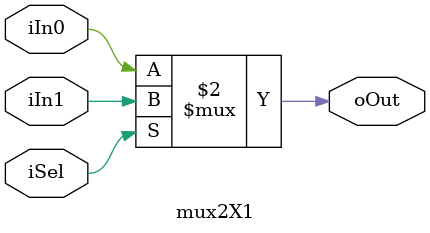
<source format=v>
module mux2X1 #(parameter ADDER_WIDTH=1)(
    input wire[ADDER_WIDTH-1:0] iIn0,
    input wire[ADDER_WIDTH-1:0] iIn1,
    input iSel,
    output wire[ADDER_WIDTH-1:0] oOut
    );
    
    assign oOut = (iSel == 1)?iIn1:iIn0;
endmodule
</source>
